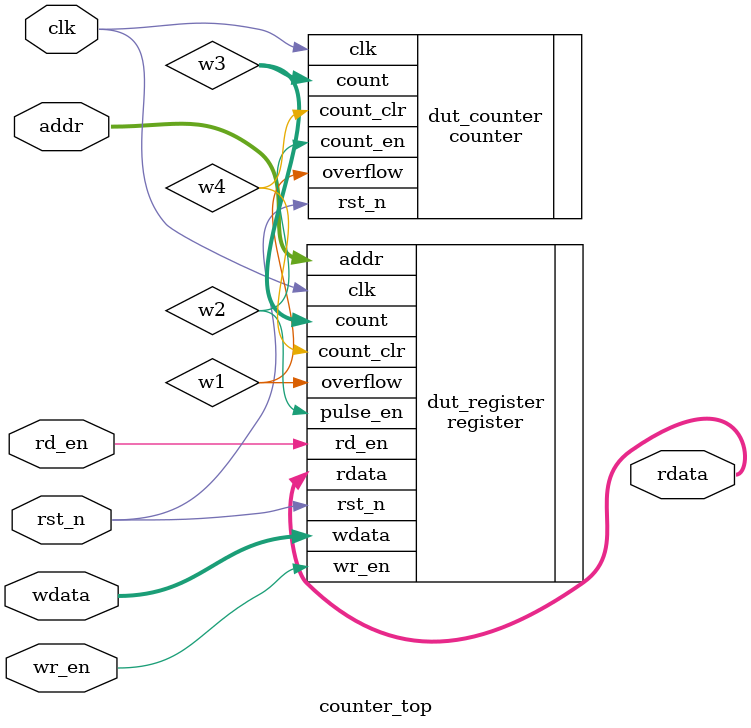
<source format=v>
module counter_top(
	input clk,
	input rst_n,
	input wr_en,
	input rd_en,
	input [9:0] addr,
	input [31:0] wdata,
	output [31:0] rdata
);
	
	wire w1;
	wire w2;
	wire [2:0] w3;
	wire w4;



	register dut_register(
		.clk(clk),
		.rst_n(rst_n),
		.wr_en(wr_en),
		.rd_en(rd_en),
		.addr(addr),
		.wdata(wdata),
		.overflow(w1),
		.count(w3),
		.rdata(rdata),
		.pulse_en(w2),
		.count_clr(w4)
	);

	counter dut_counter(
		.clk(clk),
		.rst_n(rst_n),
		.count_clr(w4),
		.count_en(w2),
		.count(w3),
		.overflow(w1)
	);






endmodule



</source>
